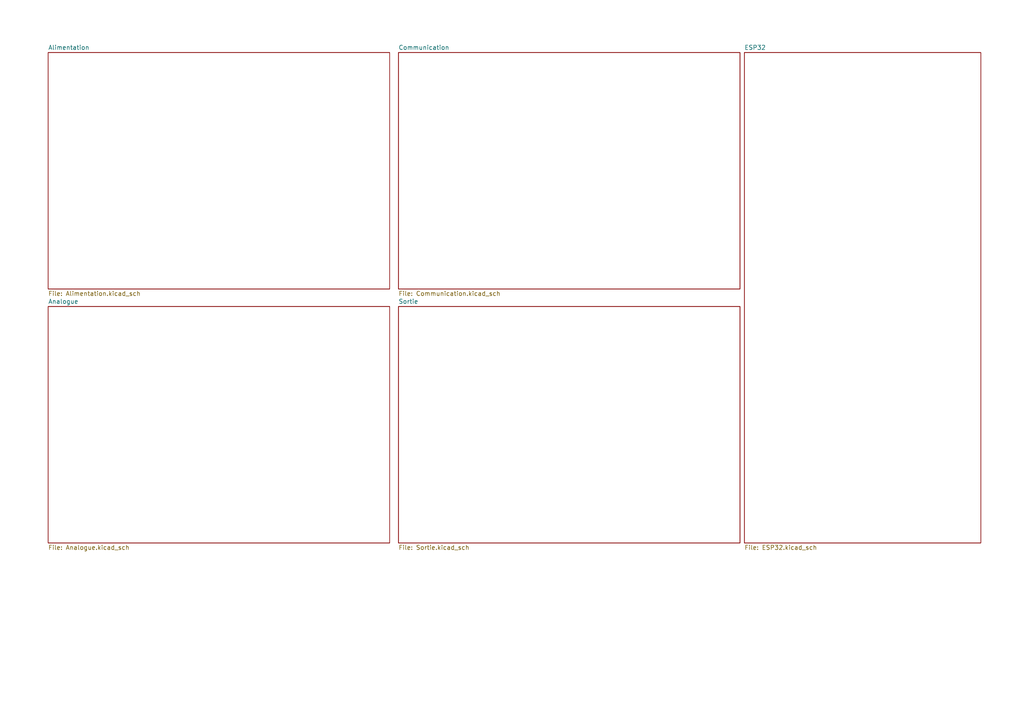
<source format=kicad_sch>
(kicad_sch
	(version 20231120)
	(generator "eeschema")
	(generator_version "8.0")
	(uuid "ecd44d9a-8113-48e2-a5bb-0de07ce8b9ce")
	(paper "A4")
	(lib_symbols)
	(sheet
		(at 215.9 15.24)
		(size 68.58 142.24)
		(fields_autoplaced yes)
		(stroke
			(width 0.1524)
			(type solid)
		)
		(fill
			(color 0 0 0 0.0000)
		)
		(uuid "42eddecc-5d06-4740-ba8f-a05813435351")
		(property "Sheetname" "ESP32"
			(at 215.9 14.5284 0)
			(effects
				(font
					(size 1.27 1.27)
				)
				(justify left bottom)
			)
		)
		(property "Sheetfile" "ESP32.kicad_sch"
			(at 215.9 158.0646 0)
			(effects
				(font
					(size 1.27 1.27)
				)
				(justify left top)
			)
		)
		(instances
			(project "SoM_V2"
				(path "/ecd44d9a-8113-48e2-a5bb-0de07ce8b9ce"
					(page "7")
				)
			)
		)
	)
	(sheet
		(at 115.57 15.24)
		(size 99.06 68.58)
		(fields_autoplaced yes)
		(stroke
			(width 0.1524)
			(type solid)
		)
		(fill
			(color 0 0 0 0.0000)
		)
		(uuid "8e20c774-e159-4c82-b251-7add9faa2a44")
		(property "Sheetname" "Communication"
			(at 115.57 14.5284 0)
			(effects
				(font
					(size 1.27 1.27)
				)
				(justify left bottom)
			)
		)
		(property "Sheetfile" "Communication.kicad_sch"
			(at 115.57 84.4046 0)
			(effects
				(font
					(size 1.27 1.27)
				)
				(justify left top)
			)
		)
		(instances
			(project "SoM_V2"
				(path "/ecd44d9a-8113-48e2-a5bb-0de07ce8b9ce"
					(page "3")
				)
			)
		)
	)
	(sheet
		(at 13.97 88.9)
		(size 99.06 68.58)
		(fields_autoplaced yes)
		(stroke
			(width 0.1524)
			(type solid)
		)
		(fill
			(color 0 0 0 0.0000)
		)
		(uuid "965647b5-3b12-4f33-b1a4-753c3f18e129")
		(property "Sheetname" "Analogue"
			(at 13.97 88.1884 0)
			(effects
				(font
					(size 1.27 1.27)
				)
				(justify left bottom)
			)
		)
		(property "Sheetfile" "Analogue.kicad_sch"
			(at 13.97 158.0646 0)
			(effects
				(font
					(size 1.27 1.27)
				)
				(justify left top)
			)
		)
		(instances
			(project "SoM_V2"
				(path "/ecd44d9a-8113-48e2-a5bb-0de07ce8b9ce"
					(page "4")
				)
			)
		)
	)
	(sheet
		(at 13.97 15.24)
		(size 99.06 68.58)
		(fields_autoplaced yes)
		(stroke
			(width 0.1524)
			(type solid)
		)
		(fill
			(color 0 0 0 0.0000)
		)
		(uuid "c4014528-9d1a-4585-ac7c-830bae440eaa")
		(property "Sheetname" "Alimentation"
			(at 13.97 14.5284 0)
			(effects
				(font
					(size 1.27 1.27)
				)
				(justify left bottom)
			)
		)
		(property "Sheetfile" "Alimentation.kicad_sch"
			(at 13.97 84.4046 0)
			(effects
				(font
					(size 1.27 1.27)
				)
				(justify left top)
			)
		)
		(instances
			(project "SoM_V2"
				(path "/ecd44d9a-8113-48e2-a5bb-0de07ce8b9ce"
					(page "2")
				)
			)
		)
	)
	(sheet
		(at 115.57 88.9)
		(size 99.06 68.58)
		(fields_autoplaced yes)
		(stroke
			(width 0.1524)
			(type solid)
		)
		(fill
			(color 0 0 0 0.0000)
		)
		(uuid "fc7293f1-5a36-4fea-b330-faa9d597a61e")
		(property "Sheetname" "Sortie"
			(at 115.57 88.1884 0)
			(effects
				(font
					(size 1.27 1.27)
				)
				(justify left bottom)
			)
		)
		(property "Sheetfile" "Sortie.kicad_sch"
			(at 115.57 158.0646 0)
			(effects
				(font
					(size 1.27 1.27)
				)
				(justify left top)
			)
		)
		(instances
			(project "SoM_V2"
				(path "/ecd44d9a-8113-48e2-a5bb-0de07ce8b9ce"
					(page "5")
				)
			)
		)
	)
	(sheet_instances
		(path "/"
			(page "1")
		)
	)
)
</source>
